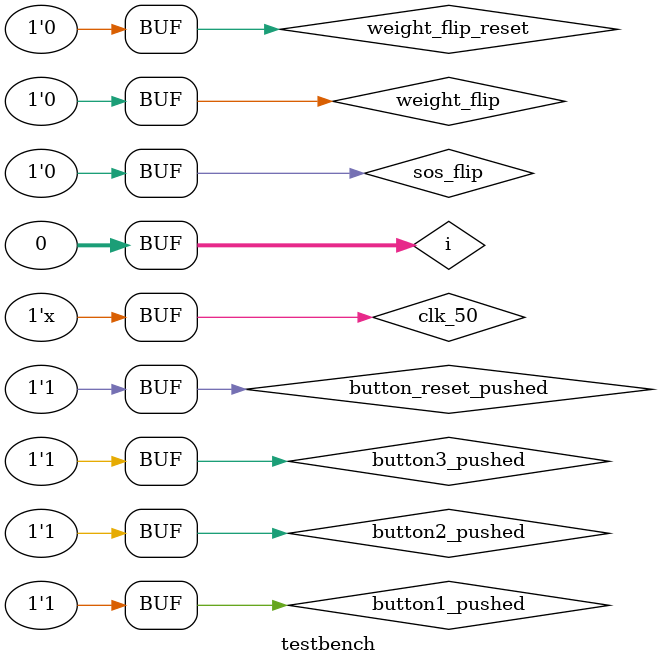
<source format=v>
module testbench;
    reg
        clk_50,
        button1_pushed,
        button2_pushed,
        button3_pushed,
        button_reset_pushed,
        sos_flip,
        weight_flip,
        weight_flip_reset;
    wire led1, led2, led3, floor1, floor2, floor3, door, moving, sos_mode, weight_limit_exceeded;

    integer i = 0;

    parameter clk_freq = 50;

    always #1 clk_50 <= ~clk_50;
    always #1
        $strobe(
            "led1:%b,led2:%b,led3:%b,floor1:%b,floor2:%b,floor3:%b,door:%b,sos_mode:%b,weight_limit_exceeded:%b",
            led1,
            led2,
            led3,
            floor1,
            floor2,
            floor3,
            door,
            sos_mode,
            weight_limit_exceeded
        );

    TOP #(clk_freq) TOP (
        clk_50,
        button1_pushed,
        button2_pushed,
        button3_pushed,
        button_reset_pushed,
        sos_flip,
        weight_flip,
        weight_flip_reset,
        led1,
        led2,
        led3,
        floor1,
        floor2,
        floor3,
        door,
        moving,
        sos_mode,
        weight_limit_exceeded
    );

    initial begin
        clk_50 = 1'b0;
        button1_pushed = 1'b1;
        button2_pushed = 1'b1;
        button3_pushed = 1'b1;
        button_reset_pushed = 1'b1;
        sos_flip = 1'b0;
        weight_flip = 1'b0;
        weight_flip_reset = 1'b0;

        #1 press_button_reset;
        #(clk_freq * 5) press_button3;
        #(clk_freq * 5) press_button1;
        #(clk_freq * 5) press_button2;
    end

    task reset_weight;
        begin
            #(clk_freq * 1) weight_flip_reset = ~weight_flip_reset;
            #(clk_freq * 1) weight_flip_reset = ~weight_flip_reset;
        end
    endtask

    task increase_people;
        begin
            #(clk_freq * 1) weight_flip = ~weight_flip;
            #(clk_freq * 1) weight_flip = ~weight_flip;
        end
    endtask

    task toggle_sos;
        begin
            #(clk_freq * 5) sos_flip = ~sos_flip;
        end
    endtask

    task press_button_reset;
        begin
            #(clk_freq * 0.5) button_reset_pushed = ~button_reset_pushed;
            #(clk_freq * 0.5) button_reset_pushed = ~button_reset_pushed;
        end
    endtask

    task press_button1;
        begin
            #(clk_freq * 0.5) button1_pushed = ~button1_pushed;
            #(clk_freq * 0.5) button1_pushed = ~button1_pushed;
        end
    endtask

    task press_button2;
        begin
            #(clk_freq * 0.5) button2_pushed = ~button2_pushed;
            #(clk_freq * 0.5) button2_pushed = ~button2_pushed;
        end
    endtask

    task press_button3;
        begin
            #(clk_freq * 0.5) button3_pushed = ~button3_pushed;
            #(clk_freq * 0.5) button3_pushed = ~button3_pushed;
        end
    endtask
endmodule

</source>
